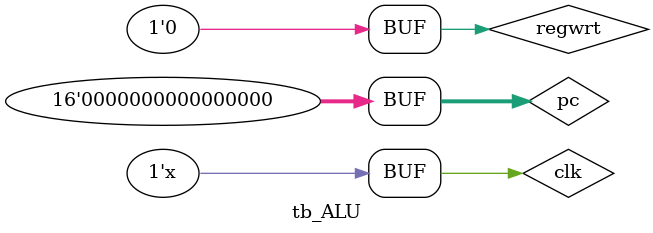
<source format=v>

`timescale 1ns/10ps //every delay is 1ns with 10ps of accuracy

module tb_ALU();


	reg [3:0] ra, rb;
	reg clk, im_mux, pc_mux;
	reg [15:0] pc;
	reg [15:0] immediate;
	reg [7:0] OP;
	reg regwrt;
	wire [4:0] flag;
	wire [15:0] ALU_output;



	ALU_Data UUT(.ra(ra), .rb(rb), .clk(clk), .im_mux(im_mux), .pc_mux(pc_mux), .pc(pc), .immediate(immediate), .OP(OP), .regwrt(regwrt), .flag(flag), .ALU_output(ALU_output));

	
	
	//intialize inputs
	initial begin
		ra <= 4'b0000;
		rb <= 4'b0000;
		clk <= 0;
		im_mux <=0;
		pc_mux <=0;
		pc <= 16'b0000000000000000;
	   immediate <= 16'b0000000000000000;
		OP <= 8'b00000000;
		regwrt <= 0;
	
	end
	
	//clock generate -50MHz(50ns period)
	always begin
		#10 clk= ~clk;
	end
	
	
	always@(posedge clk) begin
		/// Perform an add
		OP = 8'b00000101; 
		im_mux =1;
		pc_mux =1;
		immediate = 16'b0000000000000001;
		#20
		//expected alu_output = 1
	
	
		//Using registers (dat file)
		ra = 4'b0000;
		rb = 4'b1111;
		im_mux =1;
		pc_mux =0;
		//expected result in alu_output is 1+0 from .dat file
		#20;
		
		//test-----
		// Test SUBTRACT operation using registers
		OP = 8'b00001001; 
		ra = 4'b0010;
		rb = 4'b0001;
		im_mux = 0;
		pc_mux = 0;
		#20;
		//expected value = 1 from register: 2-1=1

		// Test AND operation
		OP = 8'b00000001; 
		ra = 4'b0001;
		rb = 4'b0001;
		im_mux = 0;
		pc_mux = 0;
		#20;
		//expected output = 0010

		// Test OR operation
		OP = 8'b00000010; 
		ra = 4'b0010;
		rb = 4'b0100;
		im_mux = 0;
		pc_mux = 0;
		#20;
		//expected output = 0111

		// Test XOR operation
		OP = 8'b00000011; 
		ra = 4'b0100;
		rb = 4'b0011;
		im_mux = 0;
		pc_mux = 0;
		#20;
		//expected output = 101 ^ 100 = 001

		// Test NOT operation
		OP = 8'b00000111; 
		ra = 4'b0010;
		rb = 4'b0011; // just an example value, rb val won't matter for NOT
		im_mux = 0;
		pc_mux = 0;
		#20;
		//expcted output = 1111111111111100
		
		
		// Test CMP operation
		OP = 8'b00001011;
		ra = 4'b1010;
		rb = 4'b0110;
		im_mux = 0;
		pc_mux = 0;
		#20;
		//expected value on alu_output: 0111
		
		//Test MOV operation
		OP = 8'b00001101;
		ra = 4'b1010;
		rb = 4'b0001;
		im_mux = 0;
		pc_mux = 0;
		#20;
		//expected value on alu_output: source(a) -> dest(b) = 0000 -> 00010

		//Test LSH operation
		OP = 8'b10000100;
		ra = 4'b0010;
		rb = 4'b0001;
		im_mux = 0;
		pc_mux = 0;
		#20;
		//expected value on alu_output:1100

		//Test ASHU operation
		OP = 8'b10000110;
		ra = 4'b0010;
		rb = 4'b0001;
		im_mux = 0;
		pc_mux = 0;
		#20;
		//expected value on alu_output: 1100
		
		
		
	end

endmodule 
</source>
